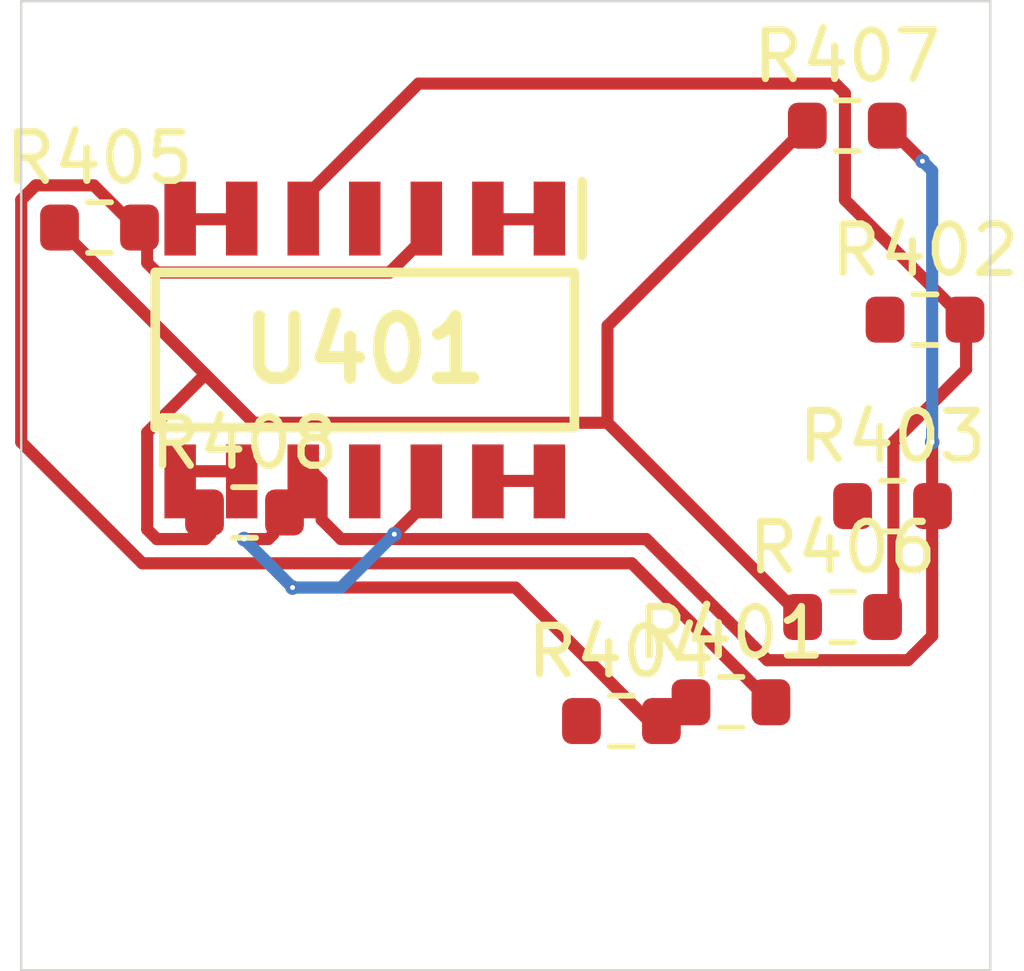
<source format=kicad_pcb>
 ( kicad_pcb  ( version 20171130 )
 ( host pcbnew 5.1.12-84ad8e8a86~92~ubuntu18.04.1 )
 ( general  ( thickness 1.6 )
 ( drawings 4 )
 ( tracks 0 )
 ( zones 0 )
 ( modules 9 )
 ( nets 14 )
)
 ( page A4 )
 ( layers  ( 0 F.Cu signal )
 ( 31 B.Cu signal )
 ( 32 B.Adhes user )
 ( 33 F.Adhes user )
 ( 34 B.Paste user )
 ( 35 F.Paste user )
 ( 36 B.SilkS user )
 ( 37 F.SilkS user )
 ( 38 B.Mask user )
 ( 39 F.Mask user )
 ( 40 Dwgs.User user )
 ( 41 Cmts.User user )
 ( 42 Eco1.User user )
 ( 43 Eco2.User user )
 ( 44 Edge.Cuts user )
 ( 45 Margin user )
 ( 46 B.CrtYd user )
 ( 47 F.CrtYd user )
 ( 48 B.Fab user )
 ( 49 F.Fab user )
)
 ( setup  ( last_trace_width 0.25 )
 ( trace_clearance 0.2 )
 ( zone_clearance 0.508 )
 ( zone_45_only no )
 ( trace_min 0.2 )
 ( via_size 0.8 )
 ( via_drill 0.4 )
 ( via_min_size 0.4 )
 ( via_min_drill 0.3 )
 ( uvia_size 0.3 )
 ( uvia_drill 0.1 )
 ( uvias_allowed no )
 ( uvia_min_size 0.2 )
 ( uvia_min_drill 0.1 )
 ( edge_width 0.05 )
 ( segment_width 0.2 )
 ( pcb_text_width 0.3 )
 ( pcb_text_size 1.5 1.5 )
 ( mod_edge_width 0.12 )
 ( mod_text_size 1 1 )
 ( mod_text_width 0.15 )
 ( pad_size 1.524 1.524 )
 ( pad_drill 0.762 )
 ( pad_to_mask_clearance 0 )
 ( aux_axis_origin 0 0 )
 ( visible_elements FFFFFF7F )
 ( pcbplotparams  ( layerselection 0x010fc_ffffffff )
 ( usegerberextensions false )
 ( usegerberattributes true )
 ( usegerberadvancedattributes true )
 ( creategerberjobfile true )
 ( excludeedgelayer true )
 ( linewidth 0.100000 )
 ( plotframeref false )
 ( viasonmask false )
 ( mode 1 )
 ( useauxorigin false )
 ( hpglpennumber 1 )
 ( hpglpenspeed 20 )
 ( hpglpendiameter 15.000000 )
 ( psnegative false )
 ( psa4output false )
 ( plotreference true )
 ( plotvalue true )
 ( plotinvisibletext false )
 ( padsonsilk false )
 ( subtractmaskfromsilk false )
 ( outputformat 1 )
 ( mirror false )
 ( drillshape 1 )
 ( scaleselection 1 )
 ( outputdirectory "" )
)
)
 ( net 0 "" )
 ( net 1 /Sheet6235D886/vp )
 ( net 2 /Sheet6248AD22/chn0 )
 ( net 3 /Sheet6248AD22/chn1 )
 ( net 4 /Sheet6248AD22/chn2 )
 ( net 5 /Sheet6248AD22/chn3 )
 ( net 6 "Net-(R401-Pad2)" )
 ( net 7 "Net-(R402-Pad2)" )
 ( net 8 "Net-(R403-Pad2)" )
 ( net 9 "Net-(R404-Pad2)" )
 ( net 10 /Sheet6248AD22/chn0_n )
 ( net 11 /Sheet6248AD22/chn1_n )
 ( net 12 /Sheet6248AD22/chn2_n )
 ( net 13 /Sheet6248AD22/chn3_n )
 ( net_class Default "This is the default net class."  ( clearance 0.2 )
 ( trace_width 0.25 )
 ( via_dia 0.8 )
 ( via_drill 0.4 )
 ( uvia_dia 0.3 )
 ( uvia_drill 0.1 )
 ( add_net /Sheet6235D886/vp )
 ( add_net /Sheet6248AD22/chn0 )
 ( add_net /Sheet6248AD22/chn0_n )
 ( add_net /Sheet6248AD22/chn1 )
 ( add_net /Sheet6248AD22/chn1_n )
 ( add_net /Sheet6248AD22/chn2 )
 ( add_net /Sheet6248AD22/chn2_n )
 ( add_net /Sheet6248AD22/chn3 )
 ( add_net /Sheet6248AD22/chn3_n )
 ( add_net "Net-(R401-Pad2)" )
 ( add_net "Net-(R402-Pad2)" )
 ( add_net "Net-(R403-Pad2)" )
 ( add_net "Net-(R404-Pad2)" )
)
 ( module Resistor_SMD:R_0603_1608Metric  ( layer F.Cu )
 ( tedit 5F68FEEE )
 ( tstamp 623425C8 )
 ( at 94.648100 114.468000 )
 ( descr "Resistor SMD 0603 (1608 Metric), square (rectangular) end terminal, IPC_7351 nominal, (Body size source: IPC-SM-782 page 72, https://www.pcb-3d.com/wordpress/wp-content/uploads/ipc-sm-782a_amendment_1_and_2.pdf), generated with kicad-footprint-generator" )
 ( tags resistor )
 ( path /6248AD23/6249ADFD )
 ( attr smd )
 ( fp_text reference R401  ( at 0 -1.43 )
 ( layer F.SilkS )
 ( effects  ( font  ( size 1 1 )
 ( thickness 0.15 )
)
)
)
 ( fp_text value 10M  ( at 0 1.43 )
 ( layer F.Fab )
 ( effects  ( font  ( size 1 1 )
 ( thickness 0.15 )
)
)
)
 ( fp_line  ( start -0.8 0.4125 )
 ( end -0.8 -0.4125 )
 ( layer F.Fab )
 ( width 0.1 )
)
 ( fp_line  ( start -0.8 -0.4125 )
 ( end 0.8 -0.4125 )
 ( layer F.Fab )
 ( width 0.1 )
)
 ( fp_line  ( start 0.8 -0.4125 )
 ( end 0.8 0.4125 )
 ( layer F.Fab )
 ( width 0.1 )
)
 ( fp_line  ( start 0.8 0.4125 )
 ( end -0.8 0.4125 )
 ( layer F.Fab )
 ( width 0.1 )
)
 ( fp_line  ( start -0.237258 -0.5225 )
 ( end 0.237258 -0.5225 )
 ( layer F.SilkS )
 ( width 0.12 )
)
 ( fp_line  ( start -0.237258 0.5225 )
 ( end 0.237258 0.5225 )
 ( layer F.SilkS )
 ( width 0.12 )
)
 ( fp_line  ( start -1.48 0.73 )
 ( end -1.48 -0.73 )
 ( layer F.CrtYd )
 ( width 0.05 )
)
 ( fp_line  ( start -1.48 -0.73 )
 ( end 1.48 -0.73 )
 ( layer F.CrtYd )
 ( width 0.05 )
)
 ( fp_line  ( start 1.48 -0.73 )
 ( end 1.48 0.73 )
 ( layer F.CrtYd )
 ( width 0.05 )
)
 ( fp_line  ( start 1.48 0.73 )
 ( end -1.48 0.73 )
 ( layer F.CrtYd )
 ( width 0.05 )
)
 ( fp_text user %R  ( at 0 0 )
 ( layer F.Fab )
 ( effects  ( font  ( size 0.4 0.4 )
 ( thickness 0.06 )
)
)
)
 ( pad 2 smd roundrect  ( at 0.825 0 )
 ( size 0.8 0.95 )
 ( layers F.Cu F.Mask F.Paste )
 ( roundrect_rratio 0.25 )
 ( net 6 "Net-(R401-Pad2)" )
)
 ( pad 1 smd roundrect  ( at -0.825 0 )
 ( size 0.8 0.95 )
 ( layers F.Cu F.Mask F.Paste )
 ( roundrect_rratio 0.25 )
 ( net 10 /Sheet6248AD22/chn0_n )
)
 ( model ${KISYS3DMOD}/Resistor_SMD.3dshapes/R_0603_1608Metric.wrl  ( at  ( xyz 0 0 0 )
)
 ( scale  ( xyz 1 1 1 )
)
 ( rotate  ( xyz 0 0 0 )
)
)
)
 ( module Resistor_SMD:R_0603_1608Metric  ( layer F.Cu )
 ( tedit 5F68FEEE )
 ( tstamp 623425D9 )
 ( at 98.652900 106.572000 )
 ( descr "Resistor SMD 0603 (1608 Metric), square (rectangular) end terminal, IPC_7351 nominal, (Body size source: IPC-SM-782 page 72, https://www.pcb-3d.com/wordpress/wp-content/uploads/ipc-sm-782a_amendment_1_and_2.pdf), generated with kicad-footprint-generator" )
 ( tags resistor )
 ( path /6248AD23/6249B75E )
 ( attr smd )
 ( fp_text reference R402  ( at 0 -1.43 )
 ( layer F.SilkS )
 ( effects  ( font  ( size 1 1 )
 ( thickness 0.15 )
)
)
)
 ( fp_text value 10M  ( at 0 1.43 )
 ( layer F.Fab )
 ( effects  ( font  ( size 1 1 )
 ( thickness 0.15 )
)
)
)
 ( fp_line  ( start 1.48 0.73 )
 ( end -1.48 0.73 )
 ( layer F.CrtYd )
 ( width 0.05 )
)
 ( fp_line  ( start 1.48 -0.73 )
 ( end 1.48 0.73 )
 ( layer F.CrtYd )
 ( width 0.05 )
)
 ( fp_line  ( start -1.48 -0.73 )
 ( end 1.48 -0.73 )
 ( layer F.CrtYd )
 ( width 0.05 )
)
 ( fp_line  ( start -1.48 0.73 )
 ( end -1.48 -0.73 )
 ( layer F.CrtYd )
 ( width 0.05 )
)
 ( fp_line  ( start -0.237258 0.5225 )
 ( end 0.237258 0.5225 )
 ( layer F.SilkS )
 ( width 0.12 )
)
 ( fp_line  ( start -0.237258 -0.5225 )
 ( end 0.237258 -0.5225 )
 ( layer F.SilkS )
 ( width 0.12 )
)
 ( fp_line  ( start 0.8 0.4125 )
 ( end -0.8 0.4125 )
 ( layer F.Fab )
 ( width 0.1 )
)
 ( fp_line  ( start 0.8 -0.4125 )
 ( end 0.8 0.4125 )
 ( layer F.Fab )
 ( width 0.1 )
)
 ( fp_line  ( start -0.8 -0.4125 )
 ( end 0.8 -0.4125 )
 ( layer F.Fab )
 ( width 0.1 )
)
 ( fp_line  ( start -0.8 0.4125 )
 ( end -0.8 -0.4125 )
 ( layer F.Fab )
 ( width 0.1 )
)
 ( fp_text user %R  ( at 0 0 )
 ( layer F.Fab )
 ( effects  ( font  ( size 0.4 0.4 )
 ( thickness 0.06 )
)
)
)
 ( pad 1 smd roundrect  ( at -0.825 0 )
 ( size 0.8 0.95 )
 ( layers F.Cu F.Mask F.Paste )
 ( roundrect_rratio 0.25 )
 ( net 11 /Sheet6248AD22/chn1_n )
)
 ( pad 2 smd roundrect  ( at 0.825 0 )
 ( size 0.8 0.95 )
 ( layers F.Cu F.Mask F.Paste )
 ( roundrect_rratio 0.25 )
 ( net 7 "Net-(R402-Pad2)" )
)
 ( model ${KISYS3DMOD}/Resistor_SMD.3dshapes/R_0603_1608Metric.wrl  ( at  ( xyz 0 0 0 )
)
 ( scale  ( xyz 1 1 1 )
)
 ( rotate  ( xyz 0 0 0 )
)
)
)
 ( module Resistor_SMD:R_0603_1608Metric  ( layer F.Cu )
 ( tedit 5F68FEEE )
 ( tstamp 623425EA )
 ( at 97.982900 110.420000 )
 ( descr "Resistor SMD 0603 (1608 Metric), square (rectangular) end terminal, IPC_7351 nominal, (Body size source: IPC-SM-782 page 72, https://www.pcb-3d.com/wordpress/wp-content/uploads/ipc-sm-782a_amendment_1_and_2.pdf), generated with kicad-footprint-generator" )
 ( tags resistor )
 ( path /6248AD23/6249FB7A )
 ( attr smd )
 ( fp_text reference R403  ( at 0 -1.43 )
 ( layer F.SilkS )
 ( effects  ( font  ( size 1 1 )
 ( thickness 0.15 )
)
)
)
 ( fp_text value 10M  ( at 0 1.43 )
 ( layer F.Fab )
 ( effects  ( font  ( size 1 1 )
 ( thickness 0.15 )
)
)
)
 ( fp_line  ( start 1.48 0.73 )
 ( end -1.48 0.73 )
 ( layer F.CrtYd )
 ( width 0.05 )
)
 ( fp_line  ( start 1.48 -0.73 )
 ( end 1.48 0.73 )
 ( layer F.CrtYd )
 ( width 0.05 )
)
 ( fp_line  ( start -1.48 -0.73 )
 ( end 1.48 -0.73 )
 ( layer F.CrtYd )
 ( width 0.05 )
)
 ( fp_line  ( start -1.48 0.73 )
 ( end -1.48 -0.73 )
 ( layer F.CrtYd )
 ( width 0.05 )
)
 ( fp_line  ( start -0.237258 0.5225 )
 ( end 0.237258 0.5225 )
 ( layer F.SilkS )
 ( width 0.12 )
)
 ( fp_line  ( start -0.237258 -0.5225 )
 ( end 0.237258 -0.5225 )
 ( layer F.SilkS )
 ( width 0.12 )
)
 ( fp_line  ( start 0.8 0.4125 )
 ( end -0.8 0.4125 )
 ( layer F.Fab )
 ( width 0.1 )
)
 ( fp_line  ( start 0.8 -0.4125 )
 ( end 0.8 0.4125 )
 ( layer F.Fab )
 ( width 0.1 )
)
 ( fp_line  ( start -0.8 -0.4125 )
 ( end 0.8 -0.4125 )
 ( layer F.Fab )
 ( width 0.1 )
)
 ( fp_line  ( start -0.8 0.4125 )
 ( end -0.8 -0.4125 )
 ( layer F.Fab )
 ( width 0.1 )
)
 ( fp_text user %R  ( at 0 0 )
 ( layer F.Fab )
 ( effects  ( font  ( size 0.4 0.4 )
 ( thickness 0.06 )
)
)
)
 ( pad 1 smd roundrect  ( at -0.825 0 )
 ( size 0.8 0.95 )
 ( layers F.Cu F.Mask F.Paste )
 ( roundrect_rratio 0.25 )
 ( net 12 /Sheet6248AD22/chn2_n )
)
 ( pad 2 smd roundrect  ( at 0.825 0 )
 ( size 0.8 0.95 )
 ( layers F.Cu F.Mask F.Paste )
 ( roundrect_rratio 0.25 )
 ( net 8 "Net-(R403-Pad2)" )
)
 ( model ${KISYS3DMOD}/Resistor_SMD.3dshapes/R_0603_1608Metric.wrl  ( at  ( xyz 0 0 0 )
)
 ( scale  ( xyz 1 1 1 )
)
 ( rotate  ( xyz 0 0 0 )
)
)
)
 ( module Resistor_SMD:R_0603_1608Metric  ( layer F.Cu )
 ( tedit 5F68FEEE )
 ( tstamp 623425FB )
 ( at 92.387600 114.856000 )
 ( descr "Resistor SMD 0603 (1608 Metric), square (rectangular) end terminal, IPC_7351 nominal, (Body size source: IPC-SM-782 page 72, https://www.pcb-3d.com/wordpress/wp-content/uploads/ipc-sm-782a_amendment_1_and_2.pdf), generated with kicad-footprint-generator" )
 ( tags resistor )
 ( path /6248AD23/6249FB74 )
 ( attr smd )
 ( fp_text reference R404  ( at 0 -1.43 )
 ( layer F.SilkS )
 ( effects  ( font  ( size 1 1 )
 ( thickness 0.15 )
)
)
)
 ( fp_text value 10M  ( at 0 1.43 )
 ( layer F.Fab )
 ( effects  ( font  ( size 1 1 )
 ( thickness 0.15 )
)
)
)
 ( fp_line  ( start -0.8 0.4125 )
 ( end -0.8 -0.4125 )
 ( layer F.Fab )
 ( width 0.1 )
)
 ( fp_line  ( start -0.8 -0.4125 )
 ( end 0.8 -0.4125 )
 ( layer F.Fab )
 ( width 0.1 )
)
 ( fp_line  ( start 0.8 -0.4125 )
 ( end 0.8 0.4125 )
 ( layer F.Fab )
 ( width 0.1 )
)
 ( fp_line  ( start 0.8 0.4125 )
 ( end -0.8 0.4125 )
 ( layer F.Fab )
 ( width 0.1 )
)
 ( fp_line  ( start -0.237258 -0.5225 )
 ( end 0.237258 -0.5225 )
 ( layer F.SilkS )
 ( width 0.12 )
)
 ( fp_line  ( start -0.237258 0.5225 )
 ( end 0.237258 0.5225 )
 ( layer F.SilkS )
 ( width 0.12 )
)
 ( fp_line  ( start -1.48 0.73 )
 ( end -1.48 -0.73 )
 ( layer F.CrtYd )
 ( width 0.05 )
)
 ( fp_line  ( start -1.48 -0.73 )
 ( end 1.48 -0.73 )
 ( layer F.CrtYd )
 ( width 0.05 )
)
 ( fp_line  ( start 1.48 -0.73 )
 ( end 1.48 0.73 )
 ( layer F.CrtYd )
 ( width 0.05 )
)
 ( fp_line  ( start 1.48 0.73 )
 ( end -1.48 0.73 )
 ( layer F.CrtYd )
 ( width 0.05 )
)
 ( fp_text user %R  ( at 0 0 )
 ( layer F.Fab )
 ( effects  ( font  ( size 0.4 0.4 )
 ( thickness 0.06 )
)
)
)
 ( pad 2 smd roundrect  ( at 0.825 0 )
 ( size 0.8 0.95 )
 ( layers F.Cu F.Mask F.Paste )
 ( roundrect_rratio 0.25 )
 ( net 9 "Net-(R404-Pad2)" )
)
 ( pad 1 smd roundrect  ( at -0.825 0 )
 ( size 0.8 0.95 )
 ( layers F.Cu F.Mask F.Paste )
 ( roundrect_rratio 0.25 )
 ( net 13 /Sheet6248AD22/chn3_n )
)
 ( model ${KISYS3DMOD}/Resistor_SMD.3dshapes/R_0603_1608Metric.wrl  ( at  ( xyz 0 0 0 )
)
 ( scale  ( xyz 1 1 1 )
)
 ( rotate  ( xyz 0 0 0 )
)
)
)
 ( module Resistor_SMD:R_0603_1608Metric  ( layer F.Cu )
 ( tedit 5F68FEEE )
 ( tstamp 6234260C )
 ( at 81.616200 104.671000 )
 ( descr "Resistor SMD 0603 (1608 Metric), square (rectangular) end terminal, IPC_7351 nominal, (Body size source: IPC-SM-782 page 72, https://www.pcb-3d.com/wordpress/wp-content/uploads/ipc-sm-782a_amendment_1_and_2.pdf), generated with kicad-footprint-generator" )
 ( tags resistor )
 ( path /6248AD23/62497F62 )
 ( attr smd )
 ( fp_text reference R405  ( at 0 -1.43 )
 ( layer F.SilkS )
 ( effects  ( font  ( size 1 1 )
 ( thickness 0.15 )
)
)
)
 ( fp_text value 750k  ( at 0 1.43 )
 ( layer F.Fab )
 ( effects  ( font  ( size 1 1 )
 ( thickness 0.15 )
)
)
)
 ( fp_line  ( start -0.8 0.4125 )
 ( end -0.8 -0.4125 )
 ( layer F.Fab )
 ( width 0.1 )
)
 ( fp_line  ( start -0.8 -0.4125 )
 ( end 0.8 -0.4125 )
 ( layer F.Fab )
 ( width 0.1 )
)
 ( fp_line  ( start 0.8 -0.4125 )
 ( end 0.8 0.4125 )
 ( layer F.Fab )
 ( width 0.1 )
)
 ( fp_line  ( start 0.8 0.4125 )
 ( end -0.8 0.4125 )
 ( layer F.Fab )
 ( width 0.1 )
)
 ( fp_line  ( start -0.237258 -0.5225 )
 ( end 0.237258 -0.5225 )
 ( layer F.SilkS )
 ( width 0.12 )
)
 ( fp_line  ( start -0.237258 0.5225 )
 ( end 0.237258 0.5225 )
 ( layer F.SilkS )
 ( width 0.12 )
)
 ( fp_line  ( start -1.48 0.73 )
 ( end -1.48 -0.73 )
 ( layer F.CrtYd )
 ( width 0.05 )
)
 ( fp_line  ( start -1.48 -0.73 )
 ( end 1.48 -0.73 )
 ( layer F.CrtYd )
 ( width 0.05 )
)
 ( fp_line  ( start 1.48 -0.73 )
 ( end 1.48 0.73 )
 ( layer F.CrtYd )
 ( width 0.05 )
)
 ( fp_line  ( start 1.48 0.73 )
 ( end -1.48 0.73 )
 ( layer F.CrtYd )
 ( width 0.05 )
)
 ( fp_text user %R  ( at 0 0 )
 ( layer F.Fab )
 ( effects  ( font  ( size 0.4 0.4 )
 ( thickness 0.06 )
)
)
)
 ( pad 2 smd roundrect  ( at 0.825 0 )
 ( size 0.8 0.95 )
 ( layers F.Cu F.Mask F.Paste )
 ( roundrect_rratio 0.25 )
 ( net 6 "Net-(R401-Pad2)" )
)
 ( pad 1 smd roundrect  ( at -0.825 0 )
 ( size 0.8 0.95 )
 ( layers F.Cu F.Mask F.Paste )
 ( roundrect_rratio 0.25 )
 ( net 1 /Sheet6235D886/vp )
)
 ( model ${KISYS3DMOD}/Resistor_SMD.3dshapes/R_0603_1608Metric.wrl  ( at  ( xyz 0 0 0 )
)
 ( scale  ( xyz 1 1 1 )
)
 ( rotate  ( xyz 0 0 0 )
)
)
)
 ( module Resistor_SMD:R_0603_1608Metric  ( layer F.Cu )
 ( tedit 5F68FEEE )
 ( tstamp 6234261D )
 ( at 96.951800 112.709000 )
 ( descr "Resistor SMD 0603 (1608 Metric), square (rectangular) end terminal, IPC_7351 nominal, (Body size source: IPC-SM-782 page 72, https://www.pcb-3d.com/wordpress/wp-content/uploads/ipc-sm-782a_amendment_1_and_2.pdf), generated with kicad-footprint-generator" )
 ( tags resistor )
 ( path /6248AD23/62499098 )
 ( attr smd )
 ( fp_text reference R406  ( at 0 -1.43 )
 ( layer F.SilkS )
 ( effects  ( font  ( size 1 1 )
 ( thickness 0.15 )
)
)
)
 ( fp_text value 750k  ( at 0 1.43 )
 ( layer F.Fab )
 ( effects  ( font  ( size 1 1 )
 ( thickness 0.15 )
)
)
)
 ( fp_line  ( start 1.48 0.73 )
 ( end -1.48 0.73 )
 ( layer F.CrtYd )
 ( width 0.05 )
)
 ( fp_line  ( start 1.48 -0.73 )
 ( end 1.48 0.73 )
 ( layer F.CrtYd )
 ( width 0.05 )
)
 ( fp_line  ( start -1.48 -0.73 )
 ( end 1.48 -0.73 )
 ( layer F.CrtYd )
 ( width 0.05 )
)
 ( fp_line  ( start -1.48 0.73 )
 ( end -1.48 -0.73 )
 ( layer F.CrtYd )
 ( width 0.05 )
)
 ( fp_line  ( start -0.237258 0.5225 )
 ( end 0.237258 0.5225 )
 ( layer F.SilkS )
 ( width 0.12 )
)
 ( fp_line  ( start -0.237258 -0.5225 )
 ( end 0.237258 -0.5225 )
 ( layer F.SilkS )
 ( width 0.12 )
)
 ( fp_line  ( start 0.8 0.4125 )
 ( end -0.8 0.4125 )
 ( layer F.Fab )
 ( width 0.1 )
)
 ( fp_line  ( start 0.8 -0.4125 )
 ( end 0.8 0.4125 )
 ( layer F.Fab )
 ( width 0.1 )
)
 ( fp_line  ( start -0.8 -0.4125 )
 ( end 0.8 -0.4125 )
 ( layer F.Fab )
 ( width 0.1 )
)
 ( fp_line  ( start -0.8 0.4125 )
 ( end -0.8 -0.4125 )
 ( layer F.Fab )
 ( width 0.1 )
)
 ( fp_text user %R  ( at 0 0 )
 ( layer F.Fab )
 ( effects  ( font  ( size 0.4 0.4 )
 ( thickness 0.06 )
)
)
)
 ( pad 1 smd roundrect  ( at -0.825 0 )
 ( size 0.8 0.95 )
 ( layers F.Cu F.Mask F.Paste )
 ( roundrect_rratio 0.25 )
 ( net 1 /Sheet6235D886/vp )
)
 ( pad 2 smd roundrect  ( at 0.825 0 )
 ( size 0.8 0.95 )
 ( layers F.Cu F.Mask F.Paste )
 ( roundrect_rratio 0.25 )
 ( net 7 "Net-(R402-Pad2)" )
)
 ( model ${KISYS3DMOD}/Resistor_SMD.3dshapes/R_0603_1608Metric.wrl  ( at  ( xyz 0 0 0 )
)
 ( scale  ( xyz 1 1 1 )
)
 ( rotate  ( xyz 0 0 0 )
)
)
)
 ( module Resistor_SMD:R_0603_1608Metric  ( layer F.Cu )
 ( tedit 5F68FEEE )
 ( tstamp 6234262E )
 ( at 97.048600 102.569000 )
 ( descr "Resistor SMD 0603 (1608 Metric), square (rectangular) end terminal, IPC_7351 nominal, (Body size source: IPC-SM-782 page 72, https://www.pcb-3d.com/wordpress/wp-content/uploads/ipc-sm-782a_amendment_1_and_2.pdf), generated with kicad-footprint-generator" )
 ( tags resistor )
 ( path /6248AD23/624A0FFB )
 ( attr smd )
 ( fp_text reference R407  ( at 0 -1.43 )
 ( layer F.SilkS )
 ( effects  ( font  ( size 1 1 )
 ( thickness 0.15 )
)
)
)
 ( fp_text value 1.5M  ( at 0 1.43 )
 ( layer F.Fab )
 ( effects  ( font  ( size 1 1 )
 ( thickness 0.15 )
)
)
)
 ( fp_line  ( start 1.48 0.73 )
 ( end -1.48 0.73 )
 ( layer F.CrtYd )
 ( width 0.05 )
)
 ( fp_line  ( start 1.48 -0.73 )
 ( end 1.48 0.73 )
 ( layer F.CrtYd )
 ( width 0.05 )
)
 ( fp_line  ( start -1.48 -0.73 )
 ( end 1.48 -0.73 )
 ( layer F.CrtYd )
 ( width 0.05 )
)
 ( fp_line  ( start -1.48 0.73 )
 ( end -1.48 -0.73 )
 ( layer F.CrtYd )
 ( width 0.05 )
)
 ( fp_line  ( start -0.237258 0.5225 )
 ( end 0.237258 0.5225 )
 ( layer F.SilkS )
 ( width 0.12 )
)
 ( fp_line  ( start -0.237258 -0.5225 )
 ( end 0.237258 -0.5225 )
 ( layer F.SilkS )
 ( width 0.12 )
)
 ( fp_line  ( start 0.8 0.4125 )
 ( end -0.8 0.4125 )
 ( layer F.Fab )
 ( width 0.1 )
)
 ( fp_line  ( start 0.8 -0.4125 )
 ( end 0.8 0.4125 )
 ( layer F.Fab )
 ( width 0.1 )
)
 ( fp_line  ( start -0.8 -0.4125 )
 ( end 0.8 -0.4125 )
 ( layer F.Fab )
 ( width 0.1 )
)
 ( fp_line  ( start -0.8 0.4125 )
 ( end -0.8 -0.4125 )
 ( layer F.Fab )
 ( width 0.1 )
)
 ( fp_text user %R  ( at 0 0 )
 ( layer F.Fab )
 ( effects  ( font  ( size 0.4 0.4 )
 ( thickness 0.06 )
)
)
)
 ( pad 1 smd roundrect  ( at -0.825 0 )
 ( size 0.8 0.95 )
 ( layers F.Cu F.Mask F.Paste )
 ( roundrect_rratio 0.25 )
 ( net 1 /Sheet6235D886/vp )
)
 ( pad 2 smd roundrect  ( at 0.825 0 )
 ( size 0.8 0.95 )
 ( layers F.Cu F.Mask F.Paste )
 ( roundrect_rratio 0.25 )
 ( net 8 "Net-(R403-Pad2)" )
)
 ( model ${KISYS3DMOD}/Resistor_SMD.3dshapes/R_0603_1608Metric.wrl  ( at  ( xyz 0 0 0 )
)
 ( scale  ( xyz 1 1 1 )
)
 ( rotate  ( xyz 0 0 0 )
)
)
)
 ( module Resistor_SMD:R_0603_1608Metric  ( layer F.Cu )
 ( tedit 5F68FEEE )
 ( tstamp 6234263F )
 ( at 84.608700 110.551000 )
 ( descr "Resistor SMD 0603 (1608 Metric), square (rectangular) end terminal, IPC_7351 nominal, (Body size source: IPC-SM-782 page 72, https://www.pcb-3d.com/wordpress/wp-content/uploads/ipc-sm-782a_amendment_1_and_2.pdf), generated with kicad-footprint-generator" )
 ( tags resistor )
 ( path /6248AD23/624A093C )
 ( attr smd )
 ( fp_text reference R408  ( at 0 -1.43 )
 ( layer F.SilkS )
 ( effects  ( font  ( size 1 1 )
 ( thickness 0.15 )
)
)
)
 ( fp_text value 1.5M  ( at 0 1.43 )
 ( layer F.Fab )
 ( effects  ( font  ( size 1 1 )
 ( thickness 0.15 )
)
)
)
 ( fp_line  ( start -0.8 0.4125 )
 ( end -0.8 -0.4125 )
 ( layer F.Fab )
 ( width 0.1 )
)
 ( fp_line  ( start -0.8 -0.4125 )
 ( end 0.8 -0.4125 )
 ( layer F.Fab )
 ( width 0.1 )
)
 ( fp_line  ( start 0.8 -0.4125 )
 ( end 0.8 0.4125 )
 ( layer F.Fab )
 ( width 0.1 )
)
 ( fp_line  ( start 0.8 0.4125 )
 ( end -0.8 0.4125 )
 ( layer F.Fab )
 ( width 0.1 )
)
 ( fp_line  ( start -0.237258 -0.5225 )
 ( end 0.237258 -0.5225 )
 ( layer F.SilkS )
 ( width 0.12 )
)
 ( fp_line  ( start -0.237258 0.5225 )
 ( end 0.237258 0.5225 )
 ( layer F.SilkS )
 ( width 0.12 )
)
 ( fp_line  ( start -1.48 0.73 )
 ( end -1.48 -0.73 )
 ( layer F.CrtYd )
 ( width 0.05 )
)
 ( fp_line  ( start -1.48 -0.73 )
 ( end 1.48 -0.73 )
 ( layer F.CrtYd )
 ( width 0.05 )
)
 ( fp_line  ( start 1.48 -0.73 )
 ( end 1.48 0.73 )
 ( layer F.CrtYd )
 ( width 0.05 )
)
 ( fp_line  ( start 1.48 0.73 )
 ( end -1.48 0.73 )
 ( layer F.CrtYd )
 ( width 0.05 )
)
 ( fp_text user %R  ( at 0 0 )
 ( layer F.Fab )
 ( effects  ( font  ( size 0.4 0.4 )
 ( thickness 0.06 )
)
)
)
 ( pad 2 smd roundrect  ( at 0.825 0 )
 ( size 0.8 0.95 )
 ( layers F.Cu F.Mask F.Paste )
 ( roundrect_rratio 0.25 )
 ( net 9 "Net-(R404-Pad2)" )
)
 ( pad 1 smd roundrect  ( at -0.825 0 )
 ( size 0.8 0.95 )
 ( layers F.Cu F.Mask F.Paste )
 ( roundrect_rratio 0.25 )
 ( net 1 /Sheet6235D886/vp )
)
 ( model ${KISYS3DMOD}/Resistor_SMD.3dshapes/R_0603_1608Metric.wrl  ( at  ( xyz 0 0 0 )
)
 ( scale  ( xyz 1 1 1 )
)
 ( rotate  ( xyz 0 0 0 )
)
)
)
 ( module TL074HIDR:SOIC127P600X175-14N locked  ( layer F.Cu )
 ( tedit 62336F37 )
 ( tstamp 62342709 )
 ( at 87.091000 107.198000 270.000000 )
 ( descr "D (-R-PDSO-G14)" )
 ( tags "Integrated Circuit" )
 ( path /6248AD23/624976B2 )
 ( attr smd )
 ( fp_text reference U401  ( at 0 0 )
 ( layer F.SilkS )
 ( effects  ( font  ( size 1.27 1.27 )
 ( thickness 0.254 )
)
)
)
 ( fp_text value TL074  ( at 0 0 )
 ( layer F.SilkS )
hide  ( effects  ( font  ( size 1.27 1.27 )
 ( thickness 0.254 )
)
)
)
 ( fp_line  ( start -3.725 -4.625 )
 ( end 3.725 -4.625 )
 ( layer Dwgs.User )
 ( width 0.05 )
)
 ( fp_line  ( start 3.725 -4.625 )
 ( end 3.725 4.625 )
 ( layer Dwgs.User )
 ( width 0.05 )
)
 ( fp_line  ( start 3.725 4.625 )
 ( end -3.725 4.625 )
 ( layer Dwgs.User )
 ( width 0.05 )
)
 ( fp_line  ( start -3.725 4.625 )
 ( end -3.725 -4.625 )
 ( layer Dwgs.User )
 ( width 0.05 )
)
 ( fp_line  ( start -1.95 -4.325 )
 ( end 1.95 -4.325 )
 ( layer Dwgs.User )
 ( width 0.1 )
)
 ( fp_line  ( start 1.95 -4.325 )
 ( end 1.95 4.325 )
 ( layer Dwgs.User )
 ( width 0.1 )
)
 ( fp_line  ( start 1.95 4.325 )
 ( end -1.95 4.325 )
 ( layer Dwgs.User )
 ( width 0.1 )
)
 ( fp_line  ( start -1.95 4.325 )
 ( end -1.95 -4.325 )
 ( layer Dwgs.User )
 ( width 0.1 )
)
 ( fp_line  ( start -1.95 -3.055 )
 ( end -0.68 -4.325 )
 ( layer Dwgs.User )
 ( width 0.1 )
)
 ( fp_line  ( start -1.6 -4.325 )
 ( end 1.6 -4.325 )
 ( layer F.SilkS )
 ( width 0.2 )
)
 ( fp_line  ( start 1.6 -4.325 )
 ( end 1.6 4.325 )
 ( layer F.SilkS )
 ( width 0.2 )
)
 ( fp_line  ( start 1.6 4.325 )
 ( end -1.6 4.325 )
 ( layer F.SilkS )
 ( width 0.2 )
)
 ( fp_line  ( start -1.6 4.325 )
 ( end -1.6 -4.325 )
 ( layer F.SilkS )
 ( width 0.2 )
)
 ( fp_line  ( start -3.475 -4.485 )
 ( end -1.95 -4.485 )
 ( layer F.SilkS )
 ( width 0.2 )
)
 ( pad 1 smd rect  ( at -2.712 -3.81 )
 ( size 0.65 1.525 )
 ( layers F.Cu F.Mask F.Paste )
 ( net 2 /Sheet6248AD22/chn0 )
)
 ( pad 2 smd rect  ( at -2.712 -2.54 )
 ( size 0.65 1.525 )
 ( layers F.Cu F.Mask F.Paste )
 ( net 2 /Sheet6248AD22/chn0 )
)
 ( pad 3 smd rect  ( at -2.712 -1.27 )
 ( size 0.65 1.525 )
 ( layers F.Cu F.Mask F.Paste )
 ( net 6 "Net-(R401-Pad2)" )
)
 ( pad 4 smd rect  ( at -2.712 0 )
 ( size 0.65 1.525 )
 ( layers F.Cu F.Mask F.Paste )
)
 ( pad 5 smd rect  ( at -2.712 1.27 )
 ( size 0.65 1.525 )
 ( layers F.Cu F.Mask F.Paste )
 ( net 7 "Net-(R402-Pad2)" )
)
 ( pad 6 smd rect  ( at -2.712 2.54 )
 ( size 0.65 1.525 )
 ( layers F.Cu F.Mask F.Paste )
 ( net 3 /Sheet6248AD22/chn1 )
)
 ( pad 7 smd rect  ( at -2.712 3.81 )
 ( size 0.65 1.525 )
 ( layers F.Cu F.Mask F.Paste )
 ( net 3 /Sheet6248AD22/chn1 )
)
 ( pad 8 smd rect  ( at 2.712 3.81 )
 ( size 0.65 1.525 )
 ( layers F.Cu F.Mask F.Paste )
 ( net 4 /Sheet6248AD22/chn2 )
)
 ( pad 9 smd rect  ( at 2.712 2.54 )
 ( size 0.65 1.525 )
 ( layers F.Cu F.Mask F.Paste )
 ( net 4 /Sheet6248AD22/chn2 )
)
 ( pad 10 smd rect  ( at 2.712 1.27 )
 ( size 0.65 1.525 )
 ( layers F.Cu F.Mask F.Paste )
 ( net 8 "Net-(R403-Pad2)" )
)
 ( pad 11 smd rect  ( at 2.712 0 )
 ( size 0.65 1.525 )
 ( layers F.Cu F.Mask F.Paste )
)
 ( pad 12 smd rect  ( at 2.712 -1.27 )
 ( size 0.65 1.525 )
 ( layers F.Cu F.Mask F.Paste )
 ( net 9 "Net-(R404-Pad2)" )
)
 ( pad 13 smd rect  ( at 2.712 -2.54 )
 ( size 0.65 1.525 )
 ( layers F.Cu F.Mask F.Paste )
 ( net 5 /Sheet6248AD22/chn3 )
)
 ( pad 14 smd rect  ( at 2.712 -3.81 )
 ( size 0.65 1.525 )
 ( layers F.Cu F.Mask F.Paste )
 ( net 5 /Sheet6248AD22/chn3 )
)
)
 ( gr_line  ( start 100 100 )
 ( end 100 120 )
 ( layer Edge.Cuts )
 ( width 0.05 )
 ( tstamp 62E76D2A )
)
 ( gr_line  ( start 80 120 )
 ( end 100 120 )
 ( layer Edge.Cuts )
 ( width 0.05 )
 ( tstamp 62E76D27 )
)
 ( gr_line  ( start 80 100 )
 ( end 80 120 )
 ( layer Edge.Cuts )
 ( width 0.05 )
 ( tstamp 6234110C )
)
 ( gr_line  ( start 80 100 )
 ( end 100 100 )
 ( layer Edge.Cuts )
 ( width 0.05 )
)
 ( segment  ( start 96.100001 112.700002 )
 ( end 92.100001 108.700002 )
 ( width 0.250000 )
 ( layer F.Cu )
 ( net 1 )
)
 ( segment  ( start 92.100001 108.700002 )
 ( end 84.800001 108.700002 )
 ( width 0.250000 )
 ( layer F.Cu )
 ( net 1 )
)
 ( segment  ( start 84.800001 108.700002 )
 ( end 80.800001 104.700002 )
 ( width 0.250000 )
 ( layer F.Cu )
 ( net 1 )
)
 ( segment  ( start 96.200001 102.600002 )
 ( end 92.100001 106.700002 )
 ( width 0.250000 )
 ( layer F.Cu )
 ( net 1 )
)
 ( segment  ( start 92.100001 106.700002 )
 ( end 92.100001 108.700002 )
 ( width 0.250000 )
 ( layer F.Cu )
 ( net 1 )
)
 ( segment  ( start 83.800001 110.600002 )
 ( end 83.900001 110.700002 )
 ( width 0.250000 )
 ( layer F.Cu )
 ( net 1 )
)
 ( segment  ( start 83.900001 110.700002 )
 ( end 83.900001 111.000002 )
 ( width 0.250000 )
 ( layer F.Cu )
 ( net 1 )
)
 ( segment  ( start 83.900001 111.000002 )
 ( end 83.800001 111.100002 )
 ( width 0.250000 )
 ( layer F.Cu )
 ( net 1 )
)
 ( segment  ( start 83.800001 111.100002 )
 ( end 82.800001 111.100002 )
 ( width 0.250000 )
 ( layer F.Cu )
 ( net 1 )
)
 ( segment  ( start 82.800001 111.100002 )
 ( end 82.600001 110.900002 )
 ( width 0.250000 )
 ( layer F.Cu )
 ( net 1 )
)
 ( segment  ( start 82.600001 110.900002 )
 ( end 82.600001 108.900002 )
 ( width 0.250000 )
 ( layer F.Cu )
 ( net 1 )
)
 ( segment  ( start 82.600001 108.900002 )
 ( end 83.800001 107.700002 )
 ( width 0.250000 )
 ( layer F.Cu )
 ( net 1 )
)
 ( segment  ( start 89.600001 104.500002 )
 ( end 90.900001 104.500002 )
 ( width 0.250000 )
 ( layer F.Cu )
 ( net 2 )
)
 ( segment  ( start 83.300001 104.500002 )
 ( end 84.600001 104.500002 )
 ( width 0.250000 )
 ( layer F.Cu )
 ( net 3 )
)
 ( segment  ( start 84.600001 109.900002 )
 ( end 84.400001 109.700002 )
 ( width 0.250000 )
 ( layer F.Cu )
 ( net 4 )
)
 ( segment  ( start 84.400001 109.700002 )
 ( end 83.300001 109.700002 )
 ( width 0.250000 )
 ( layer F.Cu )
 ( net 4 )
)
 ( segment  ( start 83.300001 109.700002 )
 ( end 83.200001 109.800002 )
 ( width 0.250000 )
 ( layer F.Cu )
 ( net 4 )
)
 ( segment  ( start 83.200001 109.800002 )
 ( end 83.300001 109.900002 )
 ( width 0.250000 )
 ( layer F.Cu )
 ( net 4 )
)
 ( segment  ( start 90.900001 109.900002 )
 ( end 89.600001 109.900002 )
 ( width 0.250000 )
 ( layer F.Cu )
 ( net 5 )
)
 ( segment  ( start 82.400001 104.700002 )
 ( end 81.500001 103.800002 )
 ( width 0.250000 )
 ( layer F.Cu )
 ( net 6 )
)
 ( segment  ( start 81.500001 103.800002 )
 ( end 80.300001 103.800002 )
 ( width 0.250000 )
 ( layer F.Cu )
 ( net 6 )
)
 ( segment  ( start 80.300001 103.800002 )
 ( end 80.000001 104.100002 )
 ( width 0.250000 )
 ( layer F.Cu )
 ( net 6 )
)
 ( segment  ( start 80.000001 104.100002 )
 ( end 80.000001 109.100002 )
 ( width 0.250000 )
 ( layer F.Cu )
 ( net 6 )
)
 ( segment  ( start 80.000001 109.100002 )
 ( end 82.500001 111.600002 )
 ( width 0.250000 )
 ( layer F.Cu )
 ( net 6 )
)
 ( segment  ( start 82.500001 111.600002 )
 ( end 92.600001 111.600002 )
 ( width 0.250000 )
 ( layer F.Cu )
 ( net 6 )
)
 ( segment  ( start 92.600001 111.600002 )
 ( end 95.500001 114.500002 )
 ( width 0.250000 )
 ( layer F.Cu )
 ( net 6 )
)
 ( segment  ( start 88.400001 104.500002 )
 ( end 88.400001 104.800002 )
 ( width 0.250000 )
 ( layer F.Cu )
 ( net 6 )
)
 ( segment  ( start 88.400001 104.800002 )
 ( end 87.600001 105.600002 )
 ( width 0.250000 )
 ( layer F.Cu )
 ( net 6 )
)
 ( segment  ( start 87.600001 105.600002 )
 ( end 82.800001 105.600002 )
 ( width 0.250000 )
 ( layer F.Cu )
 ( net 6 )
)
 ( segment  ( start 82.800001 105.600002 )
 ( end 82.600001 105.400002 )
 ( width 0.250000 )
 ( layer F.Cu )
 ( net 6 )
)
 ( segment  ( start 82.600001 105.400002 )
 ( end 82.600001 104.900002 )
 ( width 0.250000 )
 ( layer F.Cu )
 ( net 6 )
)
 ( segment  ( start 82.600001 104.900002 )
 ( end 82.400001 104.700002 )
 ( width 0.250000 )
 ( layer F.Cu )
 ( net 6 )
)
 ( segment  ( start 97.800001 112.700002 )
 ( end 98.000001 112.500002 )
 ( width 0.250000 )
 ( layer F.Cu )
 ( net 7 )
)
 ( segment  ( start 98.000001 112.500002 )
 ( end 98.000001 109.100002 )
 ( width 0.250000 )
 ( layer F.Cu )
 ( net 7 )
)
 ( segment  ( start 98.000001 109.100002 )
 ( end 99.500001 107.600002 )
 ( width 0.250000 )
 ( layer F.Cu )
 ( net 7 )
)
 ( segment  ( start 99.500001 107.600002 )
 ( end 99.500001 106.600002 )
 ( width 0.250000 )
 ( layer F.Cu )
 ( net 7 )
)
 ( segment  ( start 85.800001 104.500002 )
 ( end 85.800001 104.100002 )
 ( width 0.250000 )
 ( layer F.Cu )
 ( net 7 )
)
 ( segment  ( start 85.800001 104.100002 )
 ( end 88.200001 101.700002 )
 ( width 0.250000 )
 ( layer F.Cu )
 ( net 7 )
)
 ( segment  ( start 88.200001 101.700002 )
 ( end 96.800001 101.700002 )
 ( width 0.250000 )
 ( layer F.Cu )
 ( net 7 )
)
 ( segment  ( start 96.800001 101.700002 )
 ( end 97.000001 101.900002 )
 ( width 0.250000 )
 ( layer F.Cu )
 ( net 7 )
)
 ( segment  ( start 97.000001 101.900002 )
 ( end 97.000001 104.100002 )
 ( width 0.250000 )
 ( layer F.Cu )
 ( net 7 )
)
 ( segment  ( start 97.000001 104.100002 )
 ( end 99.500001 106.600002 )
 ( width 0.250000 )
 ( layer F.Cu )
 ( net 7 )
)
 ( segment  ( start 97.900001 102.600002 )
 ( end 98.600001 103.300002 )
 ( width 0.250000 )
 ( layer F.Cu )
 ( net 8 )
)
 ( segment  ( start 98.600001 103.300002 )
 ( end 98.800001 103.500002 )
 ( width 0.250000 )
 ( layer B.Cu )
 ( net 8 )
)
 ( segment  ( start 98.800001 103.500002 )
 ( end 98.800001 109.100002 )
 ( width 0.250000 )
 ( layer B.Cu )
 ( net 8 )
)
 ( segment  ( start 98.800001 109.100002 )
 ( end 98.800001 110.400002 )
 ( width 0.250000 )
 ( layer F.Cu )
 ( net 8 )
)
 ( segment  ( start 85.800001 109.900002 )
 ( end 86.000001 109.700002 )
 ( width 0.250000 )
 ( layer F.Cu )
 ( net 8 )
)
 ( segment  ( start 86.000001 109.700002 )
 ( end 86.200001 109.900002 )
 ( width 0.250000 )
 ( layer F.Cu )
 ( net 8 )
)
 ( segment  ( start 86.200001 109.900002 )
 ( end 86.200001 110.700002 )
 ( width 0.250000 )
 ( layer F.Cu )
 ( net 8 )
)
 ( segment  ( start 86.200001 110.700002 )
 ( end 86.600001 111.100002 )
 ( width 0.250000 )
 ( layer F.Cu )
 ( net 8 )
)
 ( segment  ( start 86.600001 111.100002 )
 ( end 92.900001 111.100002 )
 ( width 0.250000 )
 ( layer F.Cu )
 ( net 8 )
)
 ( segment  ( start 92.900001 111.100002 )
 ( end 95.400001 113.600002 )
 ( width 0.250000 )
 ( layer F.Cu )
 ( net 8 )
)
 ( segment  ( start 95.400001 113.600002 )
 ( end 98.300001 113.600002 )
 ( width 0.250000 )
 ( layer F.Cu )
 ( net 8 )
)
 ( segment  ( start 98.300001 113.600002 )
 ( end 98.800001 113.100002 )
 ( width 0.250000 )
 ( layer F.Cu )
 ( net 8 )
)
 ( segment  ( start 98.800001 113.100002 )
 ( end 98.800001 110.400002 )
 ( width 0.250000 )
 ( layer F.Cu )
 ( net 8 )
)
 ( via micro  ( at 98.600001 103.300002 )
 ( size 0.300000 )
 ( drill 0.100000 )
 ( layers F.Cu B.Cu )
 ( net 8 )
)
 ( via micro  ( at 98.800001 109.100002 )
 ( size 0.300000 )
 ( drill 0.100000 )
 ( layers F.Cu B.Cu )
 ( net 8 )
)
 ( segment  ( start 85.400001 110.600002 )
 ( end 85.200001 110.800002 )
 ( width 0.250000 )
 ( layer F.Cu )
 ( net 9 )
)
 ( segment  ( start 85.200001 110.800002 )
 ( end 85.200001 111.000002 )
 ( width 0.250000 )
 ( layer F.Cu )
 ( net 9 )
)
 ( segment  ( start 85.200001 111.000002 )
 ( end 85.100001 111.100002 )
 ( width 0.250000 )
 ( layer F.Cu )
 ( net 9 )
)
 ( segment  ( start 85.100001 111.100002 )
 ( end 84.600001 111.100002 )
 ( width 0.250000 )
 ( layer F.Cu )
 ( net 9 )
)
 ( segment  ( start 84.600001 111.100002 )
 ( end 85.600001 112.100002 )
 ( width 0.250000 )
 ( layer B.Cu )
 ( net 9 )
)
 ( segment  ( start 85.600001 112.100002 )
 ( end 90.200001 112.100002 )
 ( width 0.250000 )
 ( layer F.Cu )
 ( net 9 )
)
 ( segment  ( start 90.200001 112.100002 )
 ( end 93.100001 115.000002 )
 ( width 0.250000 )
 ( layer F.Cu )
 ( net 9 )
)
 ( segment  ( start 93.100001 115.000002 )
 ( end 93.200001 114.900002 )
 ( width 0.250000 )
 ( layer F.Cu )
 ( net 9 )
)
 ( segment  ( start 88.400001 109.900002 )
 ( end 88.400001 110.300002 )
 ( width 0.250000 )
 ( layer F.Cu )
 ( net 9 )
)
 ( segment  ( start 88.400001 110.300002 )
 ( end 87.700001 111.000002 )
 ( width 0.250000 )
 ( layer F.Cu )
 ( net 9 )
)
 ( segment  ( start 87.700001 111.000002 )
 ( end 86.600001 112.100002 )
 ( width 0.250000 )
 ( layer B.Cu )
 ( net 9 )
)
 ( segment  ( start 86.600001 112.100002 )
 ( end 85.600001 112.100002 )
 ( width 0.250000 )
 ( layer B.Cu )
 ( net 9 )
)
 ( via micro  ( at 84.600001 111.100002 )
 ( size 0.300000 )
 ( drill 0.100000 )
 ( layers F.Cu B.Cu )
 ( net 9 )
)
 ( via micro  ( at 85.600001 112.100002 )
 ( size 0.300000 )
 ( drill 0.100000 )
 ( layers F.Cu B.Cu )
 ( net 9 )
)
 ( via micro  ( at 87.700001 111.000002 )
 ( size 0.300000 )
 ( drill 0.100000 )
 ( layers F.Cu B.Cu )
 ( net 9 )
)
)

</source>
